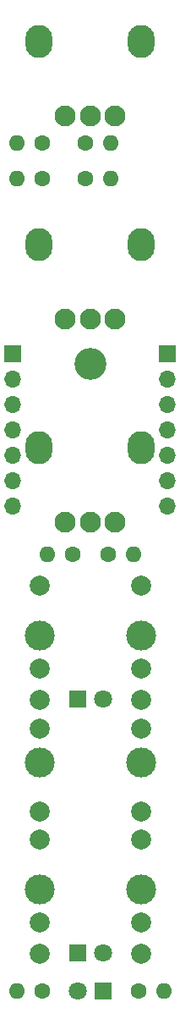
<source format=gbr>
%TF.GenerationSoftware,KiCad,Pcbnew,(5.1.9-0-10_14)*%
%TF.CreationDate,2021-01-17T19:39:33-06:00*%
%TF.ProjectId,JNTUB_board1,4a4e5455-425f-4626-9f61-7264312e6b69,rev?*%
%TF.SameCoordinates,Original*%
%TF.FileFunction,Soldermask,Top*%
%TF.FilePolarity,Negative*%
%FSLAX46Y46*%
G04 Gerber Fmt 4.6, Leading zero omitted, Abs format (unit mm)*
G04 Created by KiCad (PCBNEW (5.1.9-0-10_14)) date 2021-01-17 19:39:33*
%MOMM*%
%LPD*%
G01*
G04 APERTURE LIST*
%ADD10R,1.700000X1.700000*%
%ADD11O,1.700000X1.700000*%
%ADD12O,1.600000X1.600000*%
%ADD13C,1.600000*%
%ADD14O,2.700000X3.300001*%
%ADD15C,2.100000*%
%ADD16C,2.000000*%
%ADD17C,3.000000*%
%ADD18R,1.800000X1.800000*%
%ADD19C,1.800000*%
%ADD20C,3.200000*%
G04 APERTURE END LIST*
D10*
%TO.C,J7*%
X225933000Y-89662000D03*
D11*
X225933000Y-92202000D03*
X225933000Y-94742000D03*
X225933000Y-97282000D03*
X225933000Y-99822000D03*
X225933000Y-102362000D03*
X225933000Y-104902000D03*
%TD*%
%TO.C,J8*%
X241427000Y-104902000D03*
X241427000Y-102362000D03*
X241427000Y-99822000D03*
X241427000Y-97282000D03*
X241427000Y-94742000D03*
X241427000Y-92202000D03*
D10*
X241427000Y-89662000D03*
%TD*%
D12*
%TO.C,R1*%
X235712000Y-72136000D03*
D13*
X233172000Y-72136000D03*
%TD*%
D12*
%TO.C,R3*%
X235712000Y-68580000D03*
D13*
X233172000Y-68580000D03*
%TD*%
D12*
%TO.C,R7*%
X226314000Y-68580000D03*
D13*
X228854000Y-68580000D03*
%TD*%
D12*
%TO.C,R9*%
X226314000Y-72136000D03*
D13*
X228854000Y-72136000D03*
%TD*%
D12*
%TO.C,R15*%
X241046000Y-153416000D03*
D13*
X238506000Y-153416000D03*
%TD*%
D12*
%TO.C,R17*%
X226314000Y-153416000D03*
D13*
X228854000Y-153416000D03*
%TD*%
D12*
%TO.C,R21*%
X237998000Y-109728000D03*
D13*
X235458000Y-109728000D03*
%TD*%
D12*
%TO.C,R29*%
X229362000Y-109728000D03*
D13*
X231902000Y-109728000D03*
%TD*%
D14*
%TO.C,RV1*%
X238780000Y-99060000D03*
X228580000Y-99060000D03*
D15*
X236180000Y-106560000D03*
X233680000Y-106560000D03*
X231180000Y-106560000D03*
%TD*%
D16*
%TO.C,J4*%
X238760000Y-135476000D03*
X238760000Y-127176000D03*
D17*
X238760000Y-130556000D03*
%TD*%
D16*
%TO.C,J3*%
X228600000Y-135476000D03*
X228600000Y-127176000D03*
D17*
X228600000Y-130556000D03*
%TD*%
%TO.C,J6*%
X238760000Y-143256000D03*
D16*
X238760000Y-149736000D03*
X238760000Y-146636000D03*
X238760000Y-138336000D03*
%TD*%
D17*
%TO.C,J5*%
X228600000Y-143256000D03*
D16*
X228600000Y-149736000D03*
X228600000Y-146636000D03*
X228600000Y-138336000D03*
%TD*%
D17*
%TO.C,J2*%
X238760000Y-117856000D03*
D16*
X238760000Y-124336000D03*
X238760000Y-121236000D03*
X238760000Y-112936000D03*
%TD*%
D17*
%TO.C,J1*%
X228600000Y-117856000D03*
D16*
X228600000Y-124336000D03*
X228600000Y-121236000D03*
X228600000Y-112936000D03*
%TD*%
D14*
%TO.C,RV2*%
X238780000Y-78740000D03*
X228580000Y-78740000D03*
D15*
X236180000Y-86240000D03*
X233680000Y-86240000D03*
X231180000Y-86240000D03*
%TD*%
D14*
%TO.C,RV3*%
X238780000Y-58420000D03*
X228580000Y-58420000D03*
D15*
X236180000Y-65920000D03*
X233680000Y-65920000D03*
X231180000Y-65920000D03*
%TD*%
D18*
%TO.C,D6*%
X232410000Y-124206000D03*
D19*
X234950000Y-124206000D03*
%TD*%
D18*
%TO.C,D7*%
X232410000Y-149606000D03*
D19*
X234950000Y-149606000D03*
%TD*%
D18*
%TO.C,D8*%
X234950000Y-153416000D03*
D19*
X232410000Y-153416000D03*
%TD*%
D20*
%TO.C,H1*%
X233701001Y-90724001D03*
%TD*%
M02*

</source>
